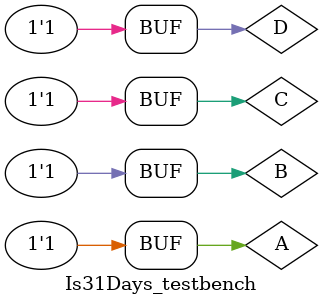
<source format=v>
`timescale 1ns / 1ps


module Is31Days_testbench;

	// Inputs
	reg A;
	reg B;
	reg C;
	reg D;

	// Outputs
	wire result;

	// Instantiate the Unit Under Test (UUT)
	Is31Days uut (
		.A(A), 
		.B(B), 
		.C(C), 
		.D(D), 
		.result(result)
	);

	initial begin
		// Initialize Inputs
		A = 0;
		B = 0;
		C = 0;
		D = 0;

		// Wait 100 ns for global reset to finish
		#100;
		A = 0;
		B = 0;
		C = 0;
		D = 1;

		// Wait 100 ns for global reset to finish
		#100;  
				A = 0;
		B = 0;
		C = 1;
		D = 0;

		// Wait 100 ns for global reset to finish
		#100;
				A = 0;
		B = 0;
		C = 1;
		D = 1;

		// Wait 100 ns for global reset to finish
		#100;
				A = 0;
		B = 1;
		C = 0;
		D = 0;

		// Wait 100 ns for global reset to finish
		#100;
				A = 0;
		B = 1;
		C = 0;
		D = 1;

		// Wait 100 ns for global reset to finish
		#100;
				A = 0;
		B = 1;
		C = 1;
		D = 0;

		// Wait 100 ns for global reset to finish
		#100;
				A = 0;
		B = 1;
		C = 1;
		D = 1;

		// Wait 100 ns for global reset to finish
		#100;
				A = 1;
		B = 0;
		C = 0;
		D = 0;

		// Wait 100 ns for global reset to finish
		#100;
				A = 1;
		B = 0;
		C = 0;
		D = 1;

		// Wait 100 ns for global reset to finish
		#100;
				A = 1;
		B = 0;
		C = 1;
		D = 0;

		// Wait 100 ns for global reset to finish
		#100;
				A = 1;
		B = 0;
		C = 1;
		D = 1;

		// Wait 100 ns for global reset to finish
		#100;
				A = 1;
		B = 1;
		C = 0;
		D = 0;

		// Wait 100 ns for global reset to finish
		#100;
				A = 1;
		B = 1;
		C = 0;
		D = 1;

		// Wait 100 ns for global reset to finish
		#100;
				A = 1;
		B = 1;
		C = 1;
		D = 0;

		// Wait 100 ns for global reset to finish
		#100;
						A = 1;
		B = 1;
		C = 1;
		D = 1;

		// Wait 100 ns for global reset to finish
		#100;
		// Add stimulus here

	end
      
endmodule


</source>
